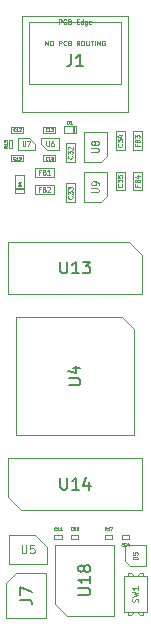
<source format=gbr>
%TF.GenerationSoftware,KiCad,Pcbnew,(5.99.0-10952-g410dbe17de)*%
%TF.CreationDate,2021-06-12T08:48:31+02:00*%
%TF.ProjectId,reDIP-64,72654449-502d-4363-942e-6b696361645f,0.2*%
%TF.SameCoordinates,PX594fc50PY8e9a590*%
%TF.FileFunction,AssemblyDrawing,Top*%
%FSLAX46Y46*%
G04 Gerber Fmt 4.6, Leading zero omitted, Abs format (unit mm)*
G04 Created by KiCad (PCBNEW (5.99.0-10952-g410dbe17de)) date 2021-06-12 08:48:31*
%MOMM*%
%LPD*%
G01*
G04 APERTURE LIST*
%ADD10C,0.075000*%
%ADD11C,0.150000*%
%ADD12C,0.060000*%
%ADD13C,0.040000*%
%ADD14C,0.070000*%
%ADD15C,0.100000*%
%ADD16C,0.105000*%
%ADD17C,0.120000*%
G04 APERTURE END LIST*
D10*
%TO.C,SW1*%
X19282380Y1673334D02*
X19306190Y1744762D01*
X19306190Y1863810D01*
X19282380Y1911429D01*
X19258571Y1935239D01*
X19210952Y1959048D01*
X19163333Y1959048D01*
X19115714Y1935239D01*
X19091904Y1911429D01*
X19068095Y1863810D01*
X19044285Y1768572D01*
X19020476Y1720953D01*
X18996666Y1697143D01*
X18949047Y1673334D01*
X18901428Y1673334D01*
X18853809Y1697143D01*
X18830000Y1720953D01*
X18806190Y1768572D01*
X18806190Y1887620D01*
X18830000Y1959048D01*
X18806190Y2125715D02*
X19306190Y2244762D01*
X18949047Y2340000D01*
X19306190Y2435239D01*
X18806190Y2554286D01*
X19306190Y3006667D02*
X19306190Y2720953D01*
X19306190Y2863810D02*
X18806190Y2863810D01*
X18877619Y2816191D01*
X18925238Y2768572D01*
X18949047Y2720953D01*
D11*
%TO.C,U18*%
X14262380Y2271905D02*
X15071904Y2271905D01*
X15167142Y2319524D01*
X15214761Y2367143D01*
X15262380Y2462381D01*
X15262380Y2652858D01*
X15214761Y2748096D01*
X15167142Y2795715D01*
X15071904Y2843334D01*
X14262380Y2843334D01*
X15262380Y3843334D02*
X15262380Y3271905D01*
X15262380Y3557620D02*
X14262380Y3557620D01*
X14405238Y3462381D01*
X14500476Y3367143D01*
X14548095Y3271905D01*
X14690952Y4414762D02*
X14643333Y4319524D01*
X14595714Y4271905D01*
X14500476Y4224286D01*
X14452857Y4224286D01*
X14357619Y4271905D01*
X14310000Y4319524D01*
X14262380Y4414762D01*
X14262380Y4605239D01*
X14310000Y4700477D01*
X14357619Y4748096D01*
X14452857Y4795715D01*
X14500476Y4795715D01*
X14595714Y4748096D01*
X14643333Y4700477D01*
X14690952Y4605239D01*
X14690952Y4414762D01*
X14738571Y4319524D01*
X14786190Y4271905D01*
X14881428Y4224286D01*
X15071904Y4224286D01*
X15167142Y4271905D01*
X15214761Y4319524D01*
X15262380Y4414762D01*
X15262380Y4605239D01*
X15214761Y4700477D01*
X15167142Y4748096D01*
X15071904Y4795715D01*
X14881428Y4795715D01*
X14786190Y4748096D01*
X14738571Y4700477D01*
X14690952Y4605239D01*
%TO.C,U14*%
X12731904Y12197620D02*
X12731904Y11388096D01*
X12779523Y11292858D01*
X12827142Y11245239D01*
X12922380Y11197620D01*
X13112857Y11197620D01*
X13208095Y11245239D01*
X13255714Y11292858D01*
X13303333Y11388096D01*
X13303333Y12197620D01*
X14303333Y11197620D02*
X13731904Y11197620D01*
X14017619Y11197620D02*
X14017619Y12197620D01*
X13922380Y12054762D01*
X13827142Y11959524D01*
X13731904Y11911905D01*
X15160476Y11864286D02*
X15160476Y11197620D01*
X14922380Y12245239D02*
X14684285Y11530953D01*
X15303333Y11530953D01*
%TO.C,U13*%
X12731904Y30497620D02*
X12731904Y29688096D01*
X12779523Y29592858D01*
X12827142Y29545239D01*
X12922380Y29497620D01*
X13112857Y29497620D01*
X13208095Y29545239D01*
X13255714Y29592858D01*
X13303333Y29688096D01*
X13303333Y30497620D01*
X14303333Y29497620D02*
X13731904Y29497620D01*
X14017619Y29497620D02*
X14017619Y30497620D01*
X13922380Y30354762D01*
X13827142Y30259524D01*
X13731904Y30211905D01*
X14636666Y30497620D02*
X15255714Y30497620D01*
X14922380Y30116667D01*
X15065238Y30116667D01*
X15160476Y30069048D01*
X15208095Y30021429D01*
X15255714Y29926191D01*
X15255714Y29688096D01*
X15208095Y29592858D01*
X15160476Y29545239D01*
X15065238Y29497620D01*
X14779523Y29497620D01*
X14684285Y29545239D01*
X14636666Y29592858D01*
D12*
%TO.C,FB4*%
X19241428Y36986667D02*
X19241428Y36853334D01*
X19450952Y36853334D02*
X19050952Y36853334D01*
X19050952Y37043810D01*
X19241428Y37329524D02*
X19260476Y37386667D01*
X19279523Y37405715D01*
X19317619Y37424762D01*
X19374761Y37424762D01*
X19412857Y37405715D01*
X19431904Y37386667D01*
X19450952Y37348572D01*
X19450952Y37196191D01*
X19050952Y37196191D01*
X19050952Y37329524D01*
X19070000Y37367620D01*
X19089047Y37386667D01*
X19127142Y37405715D01*
X19165238Y37405715D01*
X19203333Y37386667D01*
X19222380Y37367620D01*
X19241428Y37329524D01*
X19241428Y37196191D01*
X19184285Y37767620D02*
X19450952Y37767620D01*
X19031904Y37672381D02*
X19317619Y37577143D01*
X19317619Y37824762D01*
%TO.C,FB1*%
X11036666Y38078572D02*
X10903333Y38078572D01*
X10903333Y37869048D02*
X10903333Y38269048D01*
X11093809Y38269048D01*
X11379523Y38078572D02*
X11436666Y38059524D01*
X11455714Y38040477D01*
X11474761Y38002381D01*
X11474761Y37945239D01*
X11455714Y37907143D01*
X11436666Y37888096D01*
X11398571Y37869048D01*
X11246190Y37869048D01*
X11246190Y38269048D01*
X11379523Y38269048D01*
X11417619Y38250000D01*
X11436666Y38230953D01*
X11455714Y38192858D01*
X11455714Y38154762D01*
X11436666Y38116667D01*
X11417619Y38097620D01*
X11379523Y38078572D01*
X11246190Y38078572D01*
X11855714Y37869048D02*
X11627142Y37869048D01*
X11741428Y37869048D02*
X11741428Y38269048D01*
X11703333Y38211905D01*
X11665238Y38173810D01*
X11627142Y38154762D01*
%TO.C,FB2*%
X11036666Y36618572D02*
X10903333Y36618572D01*
X10903333Y36409048D02*
X10903333Y36809048D01*
X11093809Y36809048D01*
X11379523Y36618572D02*
X11436666Y36599524D01*
X11455714Y36580477D01*
X11474761Y36542381D01*
X11474761Y36485239D01*
X11455714Y36447143D01*
X11436666Y36428096D01*
X11398571Y36409048D01*
X11246190Y36409048D01*
X11246190Y36809048D01*
X11379523Y36809048D01*
X11417619Y36790000D01*
X11436666Y36770953D01*
X11455714Y36732858D01*
X11455714Y36694762D01*
X11436666Y36656667D01*
X11417619Y36637620D01*
X11379523Y36618572D01*
X11246190Y36618572D01*
X11627142Y36770953D02*
X11646190Y36790000D01*
X11684285Y36809048D01*
X11779523Y36809048D01*
X11817619Y36790000D01*
X11836666Y36770953D01*
X11855714Y36732858D01*
X11855714Y36694762D01*
X11836666Y36637620D01*
X11608095Y36409048D01*
X11855714Y36409048D01*
%TO.C,FB3*%
X19231428Y40386667D02*
X19231428Y40253334D01*
X19440952Y40253334D02*
X19040952Y40253334D01*
X19040952Y40443810D01*
X19231428Y40729524D02*
X19250476Y40786667D01*
X19269523Y40805715D01*
X19307619Y40824762D01*
X19364761Y40824762D01*
X19402857Y40805715D01*
X19421904Y40786667D01*
X19440952Y40748572D01*
X19440952Y40596191D01*
X19040952Y40596191D01*
X19040952Y40729524D01*
X19060000Y40767620D01*
X19079047Y40786667D01*
X19117142Y40805715D01*
X19155238Y40805715D01*
X19193333Y40786667D01*
X19212380Y40767620D01*
X19231428Y40729524D01*
X19231428Y40596191D01*
X19040952Y40958096D02*
X19040952Y41205715D01*
X19193333Y41072381D01*
X19193333Y41129524D01*
X19212380Y41167620D01*
X19231428Y41186667D01*
X19269523Y41205715D01*
X19364761Y41205715D01*
X19402857Y41186667D01*
X19421904Y41167620D01*
X19440952Y41129524D01*
X19440952Y41015239D01*
X19421904Y40977143D01*
X19402857Y40958096D01*
%TO.C,C33*%
X13722857Y36062858D02*
X13741904Y36043810D01*
X13760952Y35986667D01*
X13760952Y35948572D01*
X13741904Y35891429D01*
X13703809Y35853334D01*
X13665714Y35834286D01*
X13589523Y35815239D01*
X13532380Y35815239D01*
X13456190Y35834286D01*
X13418095Y35853334D01*
X13380000Y35891429D01*
X13360952Y35948572D01*
X13360952Y35986667D01*
X13380000Y36043810D01*
X13399047Y36062858D01*
X13360952Y36196191D02*
X13360952Y36443810D01*
X13513333Y36310477D01*
X13513333Y36367620D01*
X13532380Y36405715D01*
X13551428Y36424762D01*
X13589523Y36443810D01*
X13684761Y36443810D01*
X13722857Y36424762D01*
X13741904Y36405715D01*
X13760952Y36367620D01*
X13760952Y36253334D01*
X13741904Y36215239D01*
X13722857Y36196191D01*
X13360952Y36577143D02*
X13360952Y36824762D01*
X13513333Y36691429D01*
X13513333Y36748572D01*
X13532380Y36786667D01*
X13551428Y36805715D01*
X13589523Y36824762D01*
X13684761Y36824762D01*
X13722857Y36805715D01*
X13741904Y36786667D01*
X13760952Y36748572D01*
X13760952Y36634286D01*
X13741904Y36596191D01*
X13722857Y36577143D01*
%TO.C,C35*%
X17942857Y37062858D02*
X17961904Y37043810D01*
X17980952Y36986667D01*
X17980952Y36948572D01*
X17961904Y36891429D01*
X17923809Y36853334D01*
X17885714Y36834286D01*
X17809523Y36815239D01*
X17752380Y36815239D01*
X17676190Y36834286D01*
X17638095Y36853334D01*
X17600000Y36891429D01*
X17580952Y36948572D01*
X17580952Y36986667D01*
X17600000Y37043810D01*
X17619047Y37062858D01*
X17580952Y37196191D02*
X17580952Y37443810D01*
X17733333Y37310477D01*
X17733333Y37367620D01*
X17752380Y37405715D01*
X17771428Y37424762D01*
X17809523Y37443810D01*
X17904761Y37443810D01*
X17942857Y37424762D01*
X17961904Y37405715D01*
X17980952Y37367620D01*
X17980952Y37253334D01*
X17961904Y37215239D01*
X17942857Y37196191D01*
X17580952Y37805715D02*
X17580952Y37615239D01*
X17771428Y37596191D01*
X17752380Y37615239D01*
X17733333Y37653334D01*
X17733333Y37748572D01*
X17752380Y37786667D01*
X17771428Y37805715D01*
X17809523Y37824762D01*
X17904761Y37824762D01*
X17942857Y37805715D01*
X17961904Y37786667D01*
X17980952Y37748572D01*
X17980952Y37653334D01*
X17961904Y37615239D01*
X17942857Y37596191D01*
%TO.C,C34*%
X17942857Y40462858D02*
X17961904Y40443810D01*
X17980952Y40386667D01*
X17980952Y40348572D01*
X17961904Y40291429D01*
X17923809Y40253334D01*
X17885714Y40234286D01*
X17809523Y40215239D01*
X17752380Y40215239D01*
X17676190Y40234286D01*
X17638095Y40253334D01*
X17600000Y40291429D01*
X17580952Y40348572D01*
X17580952Y40386667D01*
X17600000Y40443810D01*
X17619047Y40462858D01*
X17580952Y40596191D02*
X17580952Y40843810D01*
X17733333Y40710477D01*
X17733333Y40767620D01*
X17752380Y40805715D01*
X17771428Y40824762D01*
X17809523Y40843810D01*
X17904761Y40843810D01*
X17942857Y40824762D01*
X17961904Y40805715D01*
X17980952Y40767620D01*
X17980952Y40653334D01*
X17961904Y40615239D01*
X17942857Y40596191D01*
X17714285Y41186667D02*
X17980952Y41186667D01*
X17561904Y41091429D02*
X17847619Y40996191D01*
X17847619Y41243810D01*
D13*
%TO.C,R15*%
X8193095Y40289286D02*
X8074047Y40205953D01*
X8193095Y40146429D02*
X7943095Y40146429D01*
X7943095Y40241667D01*
X7955000Y40265477D01*
X7966904Y40277381D01*
X7990714Y40289286D01*
X8026428Y40289286D01*
X8050238Y40277381D01*
X8062142Y40265477D01*
X8074047Y40241667D01*
X8074047Y40146429D01*
X8193095Y40527381D02*
X8193095Y40384524D01*
X8193095Y40455953D02*
X7943095Y40455953D01*
X7978809Y40432143D01*
X8002619Y40408334D01*
X8014523Y40384524D01*
X7943095Y40753572D02*
X7943095Y40634524D01*
X8062142Y40622620D01*
X8050238Y40634524D01*
X8038333Y40658334D01*
X8038333Y40717858D01*
X8050238Y40741667D01*
X8062142Y40753572D01*
X8085952Y40765477D01*
X8145476Y40765477D01*
X8169285Y40753572D01*
X8181190Y40741667D01*
X8193095Y40717858D01*
X8193095Y40658334D01*
X8181190Y40634524D01*
X8169285Y40622620D01*
D14*
%TO.C,U6*%
X11545238Y40669048D02*
X11545238Y40345239D01*
X11564285Y40307143D01*
X11583333Y40288096D01*
X11621428Y40269048D01*
X11697619Y40269048D01*
X11735714Y40288096D01*
X11754761Y40307143D01*
X11773809Y40345239D01*
X11773809Y40669048D01*
X12135714Y40669048D02*
X12059523Y40669048D01*
X12021428Y40650000D01*
X12002380Y40630953D01*
X11964285Y40573810D01*
X11945238Y40497620D01*
X11945238Y40345239D01*
X11964285Y40307143D01*
X11983333Y40288096D01*
X12021428Y40269048D01*
X12097619Y40269048D01*
X12135714Y40288096D01*
X12154761Y40307143D01*
X12173809Y40345239D01*
X12173809Y40440477D01*
X12154761Y40478572D01*
X12135714Y40497620D01*
X12097619Y40516667D01*
X12021428Y40516667D01*
X11983333Y40497620D01*
X11964285Y40478572D01*
X11945238Y40440477D01*
D13*
%TO.C,C19*%
X8899285Y39150715D02*
X8887380Y39138810D01*
X8851666Y39126905D01*
X8827857Y39126905D01*
X8792142Y39138810D01*
X8768333Y39162620D01*
X8756428Y39186429D01*
X8744523Y39234048D01*
X8744523Y39269762D01*
X8756428Y39317381D01*
X8768333Y39341191D01*
X8792142Y39365000D01*
X8827857Y39376905D01*
X8851666Y39376905D01*
X8887380Y39365000D01*
X8899285Y39353096D01*
X9137380Y39126905D02*
X8994523Y39126905D01*
X9065952Y39126905D02*
X9065952Y39376905D01*
X9042142Y39341191D01*
X9018333Y39317381D01*
X8994523Y39305477D01*
X9256428Y39126905D02*
X9304047Y39126905D01*
X9327857Y39138810D01*
X9339761Y39150715D01*
X9363571Y39186429D01*
X9375476Y39234048D01*
X9375476Y39329286D01*
X9363571Y39353096D01*
X9351666Y39365000D01*
X9327857Y39376905D01*
X9280238Y39376905D01*
X9256428Y39365000D01*
X9244523Y39353096D01*
X9232619Y39329286D01*
X9232619Y39269762D01*
X9244523Y39245953D01*
X9256428Y39234048D01*
X9280238Y39222143D01*
X9327857Y39222143D01*
X9351666Y39234048D01*
X9363571Y39245953D01*
X9375476Y39269762D01*
%TO.C,D4*%
X9403095Y36885477D02*
X9153095Y36885477D01*
X9153095Y36945000D01*
X9165000Y36980715D01*
X9188809Y37004524D01*
X9212619Y37016429D01*
X9260238Y37028334D01*
X9295952Y37028334D01*
X9343571Y37016429D01*
X9367380Y37004524D01*
X9391190Y36980715D01*
X9403095Y36945000D01*
X9403095Y36885477D01*
X9236428Y37242620D02*
X9403095Y37242620D01*
X9141190Y37183096D02*
X9319761Y37123572D01*
X9319761Y37278334D01*
D15*
%TO.C,U8*%
X15361428Y39762858D02*
X15847142Y39762858D01*
X15904285Y39791429D01*
X15932857Y39820000D01*
X15961428Y39877143D01*
X15961428Y39991429D01*
X15932857Y40048572D01*
X15904285Y40077143D01*
X15847142Y40105715D01*
X15361428Y40105715D01*
X15618571Y40477143D02*
X15590000Y40420000D01*
X15561428Y40391429D01*
X15504285Y40362858D01*
X15475714Y40362858D01*
X15418571Y40391429D01*
X15390000Y40420000D01*
X15361428Y40477143D01*
X15361428Y40591429D01*
X15390000Y40648572D01*
X15418571Y40677143D01*
X15475714Y40705715D01*
X15504285Y40705715D01*
X15561428Y40677143D01*
X15590000Y40648572D01*
X15618571Y40591429D01*
X15618571Y40477143D01*
X15647142Y40420000D01*
X15675714Y40391429D01*
X15732857Y40362858D01*
X15847142Y40362858D01*
X15904285Y40391429D01*
X15932857Y40420000D01*
X15961428Y40477143D01*
X15961428Y40591429D01*
X15932857Y40648572D01*
X15904285Y40677143D01*
X15847142Y40705715D01*
X15732857Y40705715D01*
X15675714Y40677143D01*
X15647142Y40648572D01*
X15618571Y40591429D01*
%TO.C,U9*%
X15361428Y36362858D02*
X15847142Y36362858D01*
X15904285Y36391429D01*
X15932857Y36420000D01*
X15961428Y36477143D01*
X15961428Y36591429D01*
X15932857Y36648572D01*
X15904285Y36677143D01*
X15847142Y36705715D01*
X15361428Y36705715D01*
X15961428Y37020000D02*
X15961428Y37134286D01*
X15932857Y37191429D01*
X15904285Y37220000D01*
X15818571Y37277143D01*
X15704285Y37305715D01*
X15475714Y37305715D01*
X15418571Y37277143D01*
X15390000Y37248572D01*
X15361428Y37191429D01*
X15361428Y37077143D01*
X15390000Y37020000D01*
X15418571Y36991429D01*
X15475714Y36962858D01*
X15618571Y36962858D01*
X15675714Y36991429D01*
X15704285Y37020000D01*
X15732857Y37077143D01*
X15732857Y37191429D01*
X15704285Y37248572D01*
X15675714Y37277143D01*
X15618571Y37305715D01*
D13*
%TO.C,C12*%
X8909285Y41570715D02*
X8897380Y41558810D01*
X8861666Y41546905D01*
X8837857Y41546905D01*
X8802142Y41558810D01*
X8778333Y41582620D01*
X8766428Y41606429D01*
X8754523Y41654048D01*
X8754523Y41689762D01*
X8766428Y41737381D01*
X8778333Y41761191D01*
X8802142Y41785000D01*
X8837857Y41796905D01*
X8861666Y41796905D01*
X8897380Y41785000D01*
X8909285Y41773096D01*
X9147380Y41546905D02*
X9004523Y41546905D01*
X9075952Y41546905D02*
X9075952Y41796905D01*
X9052142Y41761191D01*
X9028333Y41737381D01*
X9004523Y41725477D01*
X9242619Y41773096D02*
X9254523Y41785000D01*
X9278333Y41796905D01*
X9337857Y41796905D01*
X9361666Y41785000D01*
X9373571Y41773096D01*
X9385476Y41749286D01*
X9385476Y41725477D01*
X9373571Y41689762D01*
X9230714Y41546905D01*
X9385476Y41546905D01*
D14*
%TO.C,U7*%
X9545238Y40669048D02*
X9545238Y40345239D01*
X9564285Y40307143D01*
X9583333Y40288096D01*
X9621428Y40269048D01*
X9697619Y40269048D01*
X9735714Y40288096D01*
X9754761Y40307143D01*
X9773809Y40345239D01*
X9773809Y40669048D01*
X9926190Y40669048D02*
X10192857Y40669048D01*
X10021428Y40269048D01*
D13*
%TO.C,C11*%
X12369285Y7770715D02*
X12357380Y7758810D01*
X12321666Y7746905D01*
X12297857Y7746905D01*
X12262142Y7758810D01*
X12238333Y7782620D01*
X12226428Y7806429D01*
X12214523Y7854048D01*
X12214523Y7889762D01*
X12226428Y7937381D01*
X12238333Y7961191D01*
X12262142Y7985000D01*
X12297857Y7996905D01*
X12321666Y7996905D01*
X12357380Y7985000D01*
X12369285Y7973096D01*
X12607380Y7746905D02*
X12464523Y7746905D01*
X12535952Y7746905D02*
X12535952Y7996905D01*
X12512142Y7961191D01*
X12488333Y7937381D01*
X12464523Y7925477D01*
X12845476Y7746905D02*
X12702619Y7746905D01*
X12774047Y7746905D02*
X12774047Y7996905D01*
X12750238Y7961191D01*
X12726428Y7937381D01*
X12702619Y7925477D01*
%TO.C,C56*%
X13769285Y7770715D02*
X13757380Y7758810D01*
X13721666Y7746905D01*
X13697857Y7746905D01*
X13662142Y7758810D01*
X13638333Y7782620D01*
X13626428Y7806429D01*
X13614523Y7854048D01*
X13614523Y7889762D01*
X13626428Y7937381D01*
X13638333Y7961191D01*
X13662142Y7985000D01*
X13697857Y7996905D01*
X13721666Y7996905D01*
X13757380Y7985000D01*
X13769285Y7973096D01*
X13995476Y7996905D02*
X13876428Y7996905D01*
X13864523Y7877858D01*
X13876428Y7889762D01*
X13900238Y7901667D01*
X13959761Y7901667D01*
X13983571Y7889762D01*
X13995476Y7877858D01*
X14007380Y7854048D01*
X14007380Y7794524D01*
X13995476Y7770715D01*
X13983571Y7758810D01*
X13959761Y7746905D01*
X13900238Y7746905D01*
X13876428Y7758810D01*
X13864523Y7770715D01*
X14221666Y7996905D02*
X14174047Y7996905D01*
X14150238Y7985000D01*
X14138333Y7973096D01*
X14114523Y7937381D01*
X14102619Y7889762D01*
X14102619Y7794524D01*
X14114523Y7770715D01*
X14126428Y7758810D01*
X14150238Y7746905D01*
X14197857Y7746905D01*
X14221666Y7758810D01*
X14233571Y7770715D01*
X14245476Y7794524D01*
X14245476Y7854048D01*
X14233571Y7877858D01*
X14221666Y7889762D01*
X14197857Y7901667D01*
X14150238Y7901667D01*
X14126428Y7889762D01*
X14114523Y7877858D01*
X14102619Y7854048D01*
%TO.C,R17*%
X16639285Y7746905D02*
X16555952Y7865953D01*
X16496428Y7746905D02*
X16496428Y7996905D01*
X16591666Y7996905D01*
X16615476Y7985000D01*
X16627380Y7973096D01*
X16639285Y7949286D01*
X16639285Y7913572D01*
X16627380Y7889762D01*
X16615476Y7877858D01*
X16591666Y7865953D01*
X16496428Y7865953D01*
X16877380Y7746905D02*
X16734523Y7746905D01*
X16805952Y7746905D02*
X16805952Y7996905D01*
X16782142Y7961191D01*
X16758333Y7937381D01*
X16734523Y7925477D01*
X16960714Y7996905D02*
X17127380Y7996905D01*
X17020238Y7746905D01*
%TO.C,C18*%
X11639285Y39150715D02*
X11627380Y39138810D01*
X11591666Y39126905D01*
X11567857Y39126905D01*
X11532142Y39138810D01*
X11508333Y39162620D01*
X11496428Y39186429D01*
X11484523Y39234048D01*
X11484523Y39269762D01*
X11496428Y39317381D01*
X11508333Y39341191D01*
X11532142Y39365000D01*
X11567857Y39376905D01*
X11591666Y39376905D01*
X11627380Y39365000D01*
X11639285Y39353096D01*
X11877380Y39126905D02*
X11734523Y39126905D01*
X11805952Y39126905D02*
X11805952Y39376905D01*
X11782142Y39341191D01*
X11758333Y39317381D01*
X11734523Y39305477D01*
X12020238Y39269762D02*
X11996428Y39281667D01*
X11984523Y39293572D01*
X11972619Y39317381D01*
X11972619Y39329286D01*
X11984523Y39353096D01*
X11996428Y39365000D01*
X12020238Y39376905D01*
X12067857Y39376905D01*
X12091666Y39365000D01*
X12103571Y39353096D01*
X12115476Y39329286D01*
X12115476Y39317381D01*
X12103571Y39293572D01*
X12091666Y39281667D01*
X12067857Y39269762D01*
X12020238Y39269762D01*
X11996428Y39257858D01*
X11984523Y39245953D01*
X11972619Y39222143D01*
X11972619Y39174524D01*
X11984523Y39150715D01*
X11996428Y39138810D01*
X12020238Y39126905D01*
X12067857Y39126905D01*
X12091666Y39138810D01*
X12103571Y39150715D01*
X12115476Y39174524D01*
X12115476Y39222143D01*
X12103571Y39245953D01*
X12091666Y39257858D01*
X12067857Y39269762D01*
%TO.C,C13*%
X11639285Y41570715D02*
X11627380Y41558810D01*
X11591666Y41546905D01*
X11567857Y41546905D01*
X11532142Y41558810D01*
X11508333Y41582620D01*
X11496428Y41606429D01*
X11484523Y41654048D01*
X11484523Y41689762D01*
X11496428Y41737381D01*
X11508333Y41761191D01*
X11532142Y41785000D01*
X11567857Y41796905D01*
X11591666Y41796905D01*
X11627380Y41785000D01*
X11639285Y41773096D01*
X11877380Y41546905D02*
X11734523Y41546905D01*
X11805952Y41546905D02*
X11805952Y41796905D01*
X11782142Y41761191D01*
X11758333Y41737381D01*
X11734523Y41725477D01*
X11960714Y41796905D02*
X12115476Y41796905D01*
X12032142Y41701667D01*
X12067857Y41701667D01*
X12091666Y41689762D01*
X12103571Y41677858D01*
X12115476Y41654048D01*
X12115476Y41594524D01*
X12103571Y41570715D01*
X12091666Y41558810D01*
X12067857Y41546905D01*
X11996428Y41546905D01*
X11972619Y41558810D01*
X11960714Y41570715D01*
%TO.C,D1*%
X13315476Y42176905D02*
X13315476Y42426905D01*
X13375000Y42426905D01*
X13410714Y42415000D01*
X13434523Y42391191D01*
X13446428Y42367381D01*
X13458333Y42319762D01*
X13458333Y42284048D01*
X13446428Y42236429D01*
X13434523Y42212620D01*
X13410714Y42188810D01*
X13375000Y42176905D01*
X13315476Y42176905D01*
X13696428Y42176905D02*
X13553571Y42176905D01*
X13625000Y42176905D02*
X13625000Y42426905D01*
X13601190Y42391191D01*
X13577380Y42367381D01*
X13553571Y42355477D01*
D11*
%TO.C,J7*%
X9297380Y1866667D02*
X10011666Y1866667D01*
X10154523Y1819048D01*
X10249761Y1723810D01*
X10297380Y1580953D01*
X10297380Y1485715D01*
X9297380Y2247620D02*
X9297380Y2914286D01*
X10297380Y2485715D01*
D13*
%TO.C,J1*%
X11465238Y48799048D02*
X11465238Y49199048D01*
X11693809Y48799048D01*
X11693809Y49199048D01*
X11960476Y49199048D02*
X12036666Y49199048D01*
X12074761Y49180000D01*
X12112857Y49141905D01*
X12131904Y49065715D01*
X12131904Y48932381D01*
X12112857Y48856191D01*
X12074761Y48818096D01*
X12036666Y48799048D01*
X11960476Y48799048D01*
X11922380Y48818096D01*
X11884285Y48856191D01*
X11865238Y48932381D01*
X11865238Y49065715D01*
X11884285Y49141905D01*
X11922380Y49180000D01*
X11960476Y49199048D01*
X12608095Y48799048D02*
X12608095Y49199048D01*
X12760476Y49199048D01*
X12798571Y49180000D01*
X12817619Y49160953D01*
X12836666Y49122858D01*
X12836666Y49065715D01*
X12817619Y49027620D01*
X12798571Y49008572D01*
X12760476Y48989524D01*
X12608095Y48989524D01*
X13236666Y48837143D02*
X13217619Y48818096D01*
X13160476Y48799048D01*
X13122380Y48799048D01*
X13065238Y48818096D01*
X13027142Y48856191D01*
X13008095Y48894286D01*
X12989047Y48970477D01*
X12989047Y49027620D01*
X13008095Y49103810D01*
X13027142Y49141905D01*
X13065238Y49180000D01*
X13122380Y49199048D01*
X13160476Y49199048D01*
X13217619Y49180000D01*
X13236666Y49160953D01*
X13541428Y49008572D02*
X13598571Y48989524D01*
X13617619Y48970477D01*
X13636666Y48932381D01*
X13636666Y48875239D01*
X13617619Y48837143D01*
X13598571Y48818096D01*
X13560476Y48799048D01*
X13408095Y48799048D01*
X13408095Y49199048D01*
X13541428Y49199048D01*
X13579523Y49180000D01*
X13598571Y49160953D01*
X13617619Y49122858D01*
X13617619Y49084762D01*
X13598571Y49046667D01*
X13579523Y49027620D01*
X13541428Y49008572D01*
X13408095Y49008572D01*
X14341428Y48799048D02*
X14208095Y48989524D01*
X14112857Y48799048D02*
X14112857Y49199048D01*
X14265238Y49199048D01*
X14303333Y49180000D01*
X14322380Y49160953D01*
X14341428Y49122858D01*
X14341428Y49065715D01*
X14322380Y49027620D01*
X14303333Y49008572D01*
X14265238Y48989524D01*
X14112857Y48989524D01*
X14589047Y49199048D02*
X14665238Y49199048D01*
X14703333Y49180000D01*
X14741428Y49141905D01*
X14760476Y49065715D01*
X14760476Y48932381D01*
X14741428Y48856191D01*
X14703333Y48818096D01*
X14665238Y48799048D01*
X14589047Y48799048D01*
X14550952Y48818096D01*
X14512857Y48856191D01*
X14493809Y48932381D01*
X14493809Y49065715D01*
X14512857Y49141905D01*
X14550952Y49180000D01*
X14589047Y49199048D01*
X14931904Y49199048D02*
X14931904Y48875239D01*
X14950952Y48837143D01*
X14970000Y48818096D01*
X15008095Y48799048D01*
X15084285Y48799048D01*
X15122380Y48818096D01*
X15141428Y48837143D01*
X15160476Y48875239D01*
X15160476Y49199048D01*
X15293809Y49199048D02*
X15522380Y49199048D01*
X15408095Y48799048D02*
X15408095Y49199048D01*
X15655714Y48799048D02*
X15655714Y49199048D01*
X15846190Y48799048D02*
X15846190Y49199048D01*
X16074761Y48799048D01*
X16074761Y49199048D01*
X16474761Y49180000D02*
X16436666Y49199048D01*
X16379523Y49199048D01*
X16322380Y49180000D01*
X16284285Y49141905D01*
X16265238Y49103810D01*
X16246190Y49027620D01*
X16246190Y48970477D01*
X16265238Y48894286D01*
X16284285Y48856191D01*
X16322380Y48818096D01*
X16379523Y48799048D01*
X16417619Y48799048D01*
X16474761Y48818096D01*
X16493809Y48837143D01*
X16493809Y48970477D01*
X16417619Y48970477D01*
X12598571Y50619048D02*
X12598571Y51019048D01*
X12750952Y51019048D01*
X12789047Y51000000D01*
X12808095Y50980953D01*
X12827142Y50942858D01*
X12827142Y50885715D01*
X12808095Y50847620D01*
X12789047Y50828572D01*
X12750952Y50809524D01*
X12598571Y50809524D01*
X13227142Y50657143D02*
X13208095Y50638096D01*
X13150952Y50619048D01*
X13112857Y50619048D01*
X13055714Y50638096D01*
X13017619Y50676191D01*
X12998571Y50714286D01*
X12979523Y50790477D01*
X12979523Y50847620D01*
X12998571Y50923810D01*
X13017619Y50961905D01*
X13055714Y51000000D01*
X13112857Y51019048D01*
X13150952Y51019048D01*
X13208095Y51000000D01*
X13227142Y50980953D01*
X13531904Y50828572D02*
X13589047Y50809524D01*
X13608095Y50790477D01*
X13627142Y50752381D01*
X13627142Y50695239D01*
X13608095Y50657143D01*
X13589047Y50638096D01*
X13550952Y50619048D01*
X13398571Y50619048D01*
X13398571Y51019048D01*
X13531904Y51019048D01*
X13570000Y51000000D01*
X13589047Y50980953D01*
X13608095Y50942858D01*
X13608095Y50904762D01*
X13589047Y50866667D01*
X13570000Y50847620D01*
X13531904Y50828572D01*
X13398571Y50828572D01*
X14103333Y50828572D02*
X14236666Y50828572D01*
X14293809Y50619048D02*
X14103333Y50619048D01*
X14103333Y51019048D01*
X14293809Y51019048D01*
X14636666Y50619048D02*
X14636666Y51019048D01*
X14636666Y50638096D02*
X14598571Y50619048D01*
X14522380Y50619048D01*
X14484285Y50638096D01*
X14465238Y50657143D01*
X14446190Y50695239D01*
X14446190Y50809524D01*
X14465238Y50847620D01*
X14484285Y50866667D01*
X14522380Y50885715D01*
X14598571Y50885715D01*
X14636666Y50866667D01*
X14998571Y50885715D02*
X14998571Y50561905D01*
X14979523Y50523810D01*
X14960476Y50504762D01*
X14922380Y50485715D01*
X14865238Y50485715D01*
X14827142Y50504762D01*
X14998571Y50638096D02*
X14960476Y50619048D01*
X14884285Y50619048D01*
X14846190Y50638096D01*
X14827142Y50657143D01*
X14808095Y50695239D01*
X14808095Y50809524D01*
X14827142Y50847620D01*
X14846190Y50866667D01*
X14884285Y50885715D01*
X14960476Y50885715D01*
X14998571Y50866667D01*
X15341428Y50638096D02*
X15303333Y50619048D01*
X15227142Y50619048D01*
X15189047Y50638096D01*
X15170000Y50676191D01*
X15170000Y50828572D01*
X15189047Y50866667D01*
X15227142Y50885715D01*
X15303333Y50885715D01*
X15341428Y50866667D01*
X15360476Y50828572D01*
X15360476Y50790477D01*
X15170000Y50752381D01*
D11*
X13636666Y48047620D02*
X13636666Y47333334D01*
X13589047Y47190477D01*
X13493809Y47095239D01*
X13350952Y47047620D01*
X13255714Y47047620D01*
X14636666Y47047620D02*
X14065238Y47047620D01*
X14350952Y47047620D02*
X14350952Y48047620D01*
X14255714Y47904762D01*
X14160476Y47809524D01*
X14065238Y47761905D01*
D16*
%TO.C,U5*%
X9446666Y6503334D02*
X9446666Y5936667D01*
X9480000Y5870000D01*
X9513333Y5836667D01*
X9580000Y5803334D01*
X9713333Y5803334D01*
X9780000Y5836667D01*
X9813333Y5870000D01*
X9846666Y5936667D01*
X9846666Y6503334D01*
X10513333Y6503334D02*
X10180000Y6503334D01*
X10146666Y6170000D01*
X10180000Y6203334D01*
X10246666Y6236667D01*
X10413333Y6236667D01*
X10480000Y6203334D01*
X10513333Y6170000D01*
X10546666Y6103334D01*
X10546666Y5936667D01*
X10513333Y5870000D01*
X10480000Y5836667D01*
X10413333Y5803334D01*
X10246666Y5803334D01*
X10180000Y5836667D01*
X10146666Y5870000D01*
D12*
%TO.C,C32*%
X13722857Y39462858D02*
X13741904Y39443810D01*
X13760952Y39386667D01*
X13760952Y39348572D01*
X13741904Y39291429D01*
X13703809Y39253334D01*
X13665714Y39234286D01*
X13589523Y39215239D01*
X13532380Y39215239D01*
X13456190Y39234286D01*
X13418095Y39253334D01*
X13380000Y39291429D01*
X13360952Y39348572D01*
X13360952Y39386667D01*
X13380000Y39443810D01*
X13399047Y39462858D01*
X13360952Y39596191D02*
X13360952Y39843810D01*
X13513333Y39710477D01*
X13513333Y39767620D01*
X13532380Y39805715D01*
X13551428Y39824762D01*
X13589523Y39843810D01*
X13684761Y39843810D01*
X13722857Y39824762D01*
X13741904Y39805715D01*
X13760952Y39767620D01*
X13760952Y39653334D01*
X13741904Y39615239D01*
X13722857Y39596191D01*
X13399047Y39996191D02*
X13380000Y40015239D01*
X13360952Y40053334D01*
X13360952Y40148572D01*
X13380000Y40186667D01*
X13399047Y40205715D01*
X13437142Y40224762D01*
X13475238Y40224762D01*
X13532380Y40205715D01*
X13760952Y39977143D01*
X13760952Y40224762D01*
D13*
%TO.C,C54*%
X18049285Y6410715D02*
X18037380Y6398810D01*
X18001666Y6386905D01*
X17977857Y6386905D01*
X17942142Y6398810D01*
X17918333Y6422620D01*
X17906428Y6446429D01*
X17894523Y6494048D01*
X17894523Y6529762D01*
X17906428Y6577381D01*
X17918333Y6601191D01*
X17942142Y6625000D01*
X17977857Y6636905D01*
X18001666Y6636905D01*
X18037380Y6625000D01*
X18049285Y6613096D01*
X18275476Y6636905D02*
X18156428Y6636905D01*
X18144523Y6517858D01*
X18156428Y6529762D01*
X18180238Y6541667D01*
X18239761Y6541667D01*
X18263571Y6529762D01*
X18275476Y6517858D01*
X18287380Y6494048D01*
X18287380Y6434524D01*
X18275476Y6410715D01*
X18263571Y6398810D01*
X18239761Y6386905D01*
X18180238Y6386905D01*
X18156428Y6398810D01*
X18144523Y6410715D01*
X18501666Y6553572D02*
X18501666Y6386905D01*
X18442142Y6648810D02*
X18382619Y6470239D01*
X18537380Y6470239D01*
D15*
%TO.C,D5*%
X19260952Y5294762D02*
X18860952Y5294762D01*
X18860952Y5390000D01*
X18880000Y5447143D01*
X18918095Y5485239D01*
X18956190Y5504286D01*
X19032380Y5523334D01*
X19089523Y5523334D01*
X19165714Y5504286D01*
X19203809Y5485239D01*
X19241904Y5447143D01*
X19260952Y5390000D01*
X19260952Y5294762D01*
X18860952Y5885239D02*
X18860952Y5694762D01*
X19051428Y5675715D01*
X19032380Y5694762D01*
X19013333Y5732858D01*
X19013333Y5828096D01*
X19032380Y5866191D01*
X19051428Y5885239D01*
X19089523Y5904286D01*
X19184761Y5904286D01*
X19222857Y5885239D01*
X19241904Y5866191D01*
X19260952Y5828096D01*
X19260952Y5732858D01*
X19241904Y5694762D01*
X19222857Y5675715D01*
D11*
%TO.C,U4*%
X13422380Y20038096D02*
X14231904Y20038096D01*
X14327142Y20085715D01*
X14374761Y20133334D01*
X14422380Y20228572D01*
X14422380Y20419048D01*
X14374761Y20514286D01*
X14327142Y20561905D01*
X14231904Y20609524D01*
X13422380Y20609524D01*
X13755714Y21514286D02*
X14422380Y21514286D01*
X13374761Y21276191D02*
X14089047Y21038096D01*
X14089047Y21657143D01*
D15*
%TO.C,SW1*%
X20080000Y840000D02*
X18080000Y840000D01*
X18430000Y4090000D02*
X18430000Y3840000D01*
X18080000Y840000D02*
X18080000Y3840000D01*
X18430000Y590000D02*
X18430000Y840000D01*
X18930000Y3840000D02*
X18680000Y4090000D01*
X19730000Y3840000D02*
X19730000Y4090000D01*
X20080000Y3840000D02*
X20080000Y840000D01*
X19730000Y590000D02*
X19480000Y590000D01*
X19730000Y840000D02*
X19730000Y590000D01*
X18080000Y3840000D02*
X20080000Y3840000D01*
X18930000Y840000D02*
X18680000Y590000D01*
X18680000Y590000D02*
X18430000Y590000D01*
X19480000Y4090000D02*
X19230000Y3840000D01*
X18680000Y4090000D02*
X18430000Y4090000D01*
X19480000Y590000D02*
X19230000Y840000D01*
X19730000Y4090000D02*
X19480000Y4090000D01*
%TO.C,U18*%
X12310000Y1510000D02*
X12310000Y6510000D01*
X12310000Y6510000D02*
X17310000Y6510000D01*
X13310000Y510000D02*
X12310000Y1510000D01*
X17310000Y510000D02*
X13310000Y510000D01*
X17310000Y6510000D02*
X17310000Y510000D01*
D17*
%TO.C,U14*%
X9420000Y9450000D02*
X8320000Y10550000D01*
X19620000Y9450000D02*
X9420000Y9450000D01*
X8320000Y10550000D02*
X8320000Y13850000D01*
X19620000Y13850000D02*
X19620000Y9450000D01*
X8320000Y13850000D02*
X19620000Y13850000D01*
%TO.C,U13*%
X8320000Y32150000D02*
X18520000Y32150000D01*
X8320000Y27750000D02*
X8320000Y32150000D01*
X19620000Y31050000D02*
X19620000Y27750000D01*
X18520000Y32150000D02*
X19620000Y31050000D01*
X19620000Y27750000D02*
X8320000Y27750000D01*
D15*
%TO.C,FB4*%
X18870000Y38120000D02*
X19670000Y38120000D01*
X19670000Y36520000D02*
X18870000Y36520000D01*
X19670000Y38120000D02*
X19670000Y36520000D01*
X18870000Y36520000D02*
X18870000Y38120000D01*
%TO.C,FB1*%
X10570000Y38450000D02*
X12170000Y38450000D01*
X12170000Y37650000D02*
X10570000Y37650000D01*
X12170000Y38450000D02*
X12170000Y37650000D01*
X10570000Y37650000D02*
X10570000Y38450000D01*
%TO.C,FB2*%
X10570000Y36190000D02*
X10570000Y36990000D01*
X10570000Y36990000D02*
X12170000Y36990000D01*
X12170000Y36190000D02*
X10570000Y36190000D01*
X12170000Y36990000D02*
X12170000Y36190000D01*
%TO.C,FB3*%
X19660000Y39920000D02*
X18860000Y39920000D01*
X18860000Y39920000D02*
X18860000Y41520000D01*
X19660000Y41520000D02*
X19660000Y39920000D01*
X18860000Y41520000D02*
X19660000Y41520000D01*
%TO.C,C33*%
X13980000Y37120000D02*
X13980000Y35520000D01*
X13980000Y35520000D02*
X13180000Y35520000D01*
X13180000Y37120000D02*
X13980000Y37120000D01*
X13180000Y35520000D02*
X13180000Y37120000D01*
%TO.C,C35*%
X18200000Y36520000D02*
X17400000Y36520000D01*
X18200000Y38120000D02*
X18200000Y36520000D01*
X17400000Y38120000D02*
X18200000Y38120000D01*
X17400000Y36520000D02*
X17400000Y38120000D01*
%TO.C,C34*%
X17400000Y39920000D02*
X17400000Y41520000D01*
X18200000Y39920000D02*
X17400000Y39920000D01*
X17400000Y41520000D02*
X18200000Y41520000D01*
X18200000Y41520000D02*
X18200000Y39920000D01*
%TO.C,R15*%
X8350000Y40150000D02*
X8350000Y40750000D01*
X8350000Y40750000D02*
X8650000Y40750000D01*
X8650000Y40150000D02*
X8350000Y40150000D01*
X8650000Y40750000D02*
X8650000Y40150000D01*
%TO.C,U6*%
X12600000Y40950000D02*
X11100000Y40950000D01*
X11100000Y40450000D02*
X11600000Y39950000D01*
X11600000Y39950000D02*
X12600000Y39950000D01*
X12600000Y39950000D02*
X12600000Y40950000D01*
X11100000Y40950000D02*
X11100000Y40450000D01*
%TO.C,C19*%
X9560000Y39490000D02*
X9560000Y38990000D01*
X8560000Y38990000D02*
X8560000Y39490000D01*
X9560000Y38990000D02*
X8560000Y38990000D01*
X8560000Y39490000D02*
X9560000Y39490000D01*
%TO.C,D4*%
X9690000Y37870000D02*
X9690000Y36270000D01*
X8890000Y37870000D02*
X9690000Y37870000D01*
X9690000Y36270000D02*
X8890000Y36270000D01*
X9590000Y36770000D02*
X8990000Y36770000D01*
X9590000Y36670000D02*
X8990000Y36670000D01*
X8890000Y36270000D02*
X8890000Y37870000D01*
%TO.C,U8*%
X16190000Y38970000D02*
X16690000Y39470000D01*
X16690000Y41470000D02*
X14690000Y41470000D01*
X14690000Y38970000D02*
X16190000Y38970000D01*
X16690000Y39470000D02*
X16690000Y41470000D01*
X14690000Y41470000D02*
X14690000Y38970000D01*
%TO.C,U9*%
X16690000Y38070000D02*
X14690000Y38070000D01*
X16190000Y35570000D02*
X16690000Y36070000D01*
X14690000Y38070000D02*
X14690000Y35570000D01*
X16690000Y36070000D02*
X16690000Y38070000D01*
X14690000Y35570000D02*
X16190000Y35570000D01*
%TO.C,C12*%
X9570000Y41910000D02*
X9570000Y41410000D01*
X9570000Y41410000D02*
X8570000Y41410000D01*
X8570000Y41910000D02*
X9570000Y41910000D01*
X8570000Y41410000D02*
X8570000Y41910000D01*
%TO.C,U7*%
X10600000Y39950000D02*
X10600000Y40450000D01*
X10100000Y40950000D02*
X9100000Y40950000D01*
X10600000Y40450000D02*
X10100000Y40950000D01*
X9100000Y40950000D02*
X9100000Y39950000D01*
X9100000Y39950000D02*
X10600000Y39950000D01*
%TO.C,C11*%
X12230000Y7330000D02*
X12830000Y7330000D01*
X12830000Y7030000D02*
X12230000Y7030000D01*
X12830000Y7330000D02*
X12830000Y7030000D01*
X12230000Y7030000D02*
X12230000Y7330000D01*
%TO.C,C56*%
X13630000Y7030000D02*
X13630000Y7330000D01*
X14230000Y7330000D02*
X14230000Y7030000D01*
X14230000Y7030000D02*
X13630000Y7030000D01*
X13630000Y7330000D02*
X14230000Y7330000D01*
%TO.C,R17*%
X16510000Y7330000D02*
X17110000Y7330000D01*
X17110000Y7030000D02*
X16510000Y7030000D01*
X16510000Y7030000D02*
X16510000Y7330000D01*
X17110000Y7330000D02*
X17110000Y7030000D01*
%TO.C,C18*%
X12300000Y38990000D02*
X11300000Y38990000D01*
X11300000Y39490000D02*
X12300000Y39490000D01*
X11300000Y38990000D02*
X11300000Y39490000D01*
X12300000Y39490000D02*
X12300000Y38990000D01*
%TO.C,C13*%
X11300000Y41910000D02*
X12300000Y41910000D01*
X12300000Y41910000D02*
X12300000Y41410000D01*
X11300000Y41410000D02*
X11300000Y41910000D01*
X12300000Y41410000D02*
X11300000Y41410000D01*
%TO.C,D1*%
X14010000Y41400000D02*
X13010000Y41400000D01*
X13810000Y42000000D02*
X13810000Y41400000D01*
X14010000Y42000000D02*
X14010000Y41400000D01*
X13010000Y41400000D02*
X13010000Y42000000D01*
X13010000Y42000000D02*
X14010000Y42000000D01*
X13910000Y42000000D02*
X13910000Y41400000D01*
%TO.C,J7*%
X8140000Y295000D02*
X8140000Y3252500D01*
X11550000Y295000D02*
X8140000Y295000D01*
X11550000Y4105000D02*
X11550000Y295000D01*
X8992500Y4105000D02*
X11550000Y4105000D01*
X8140000Y3252500D02*
X8992500Y4105000D01*
%TO.C,J1*%
X17870000Y45550000D02*
X10070000Y45550000D01*
X17870000Y50800000D02*
X10070000Y50800000D01*
X9500000Y51300000D02*
X9500000Y43130000D01*
X17870000Y50800000D02*
X17870000Y45550000D01*
X18440000Y43130000D02*
X9500000Y43130000D01*
X10070000Y50800000D02*
X10070000Y45550000D01*
X18440000Y51300000D02*
X18440000Y43130000D01*
X18440000Y51300000D02*
X9500000Y51300000D01*
%TO.C,U5*%
X10580000Y7370000D02*
X8380000Y7370000D01*
X8380000Y7370000D02*
X8380000Y4870000D01*
X8380000Y4870000D02*
X11580000Y4870000D01*
X11580000Y6370000D02*
X10580000Y7370000D01*
X11580000Y4870000D02*
X11580000Y6370000D01*
%TO.C,C32*%
X13180000Y40520000D02*
X13980000Y40520000D01*
X13980000Y38920000D02*
X13180000Y38920000D01*
X13980000Y40520000D02*
X13980000Y38920000D01*
X13180000Y38920000D02*
X13180000Y40520000D01*
%TO.C,C54*%
X18510000Y7030000D02*
X17910000Y7030000D01*
X17910000Y7030000D02*
X17910000Y7330000D01*
X17910000Y7330000D02*
X18510000Y7330000D01*
X18510000Y7330000D02*
X18510000Y7030000D01*
%TO.C,D5*%
X19980000Y6490000D02*
X18180000Y6490000D01*
X19980000Y4690000D02*
X18630000Y4690000D01*
X18180000Y6490000D02*
X18180000Y5140000D01*
X19980000Y4690000D02*
X19980000Y6490000D01*
X18180000Y5140000D02*
X18630000Y4690000D01*
%TO.C,U4*%
X8970000Y15800000D02*
X18970000Y15800000D01*
X18970000Y15800000D02*
X18970000Y24800000D01*
X17970000Y25800000D02*
X8970000Y25800000D01*
X18970000Y24800000D02*
X17970000Y25800000D01*
X8970000Y25800000D02*
X8970000Y15800000D01*
%TD*%
M02*

</source>
